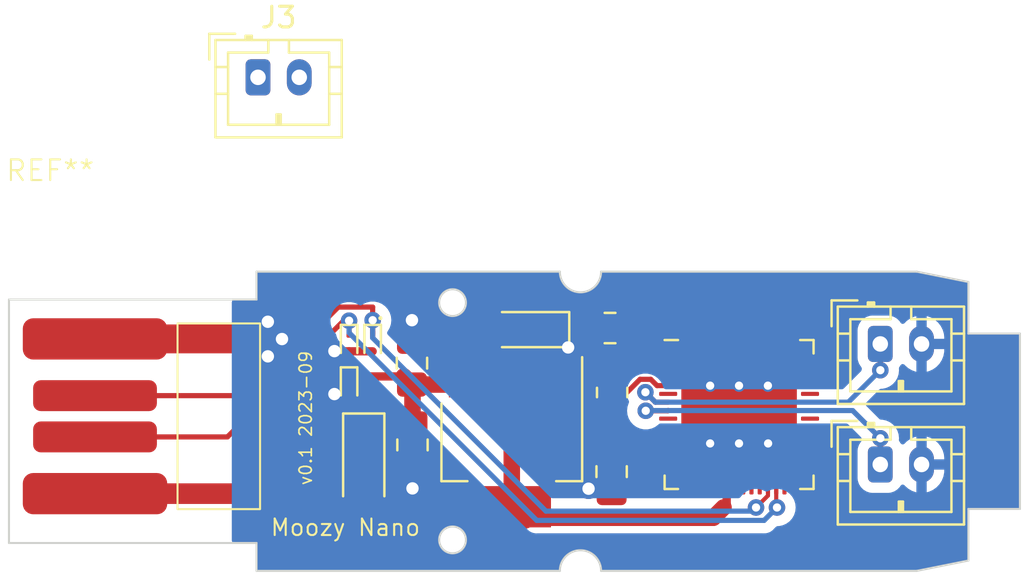
<source format=kicad_pcb>
(kicad_pcb (version 20221018) (generator pcbnew)
  (layers (0 "F.Cu" signal) (31 "B.Cu" signal) (34 "B.Paste" user) (35 "F.Paste" user) (36 "B.SilkS" user "B.Silkscreen") (37 "F.SilkS" user "F.Silkscreen") (38 "B.Mask" user) (39 "F.Mask" user) (44 "Edge.Cuts" user))
  (net 0 "")
  (net 1 "GND")
  (net 2 "Net-(J1-Pin_1)")
  (net 3 "Net-(D2-A1)")
  (net 5 "+3.3V")
  (net 7 "Net-(U2-CHIP_PU{slash}RESET)")
  (net 8 "Net-(J2-Pin_1)")
  (net 24 "Net-(J3-Pin_1)")
  (net 25 "/Vusb")
  (net 45 "VBUS")
  (net 54 "Net-(D3-A1)")
  (footprint "Capacitor_SMD:C_0805_2012Metric_Pad1.18x1.45mm_HandSolder" (layer "F.Cu") (at 136.97885 87.3112 90)
    (fp_text reference "C4" hide)
    (fp_text value "1uF")
    (fp_line (start -0.261252 -0.735) (end 0.261252 -0.735) (stroke (width 0.12)) (layer "F.SilkS"))
    (fp_line (start -0.261252 0.735) (end 0.261252 0.735) (stroke (width 0.12)) (layer "F.SilkS"))
    (pad "1" smd roundrect (at -1.0375 0 90) (size 1.175 1.45) (layers "F.Cu" "F.Paste" "F.Mask") (roundrect_rratio 0.2127659574) (net 1 "GND"))
    (pad "2" smd roundrect (at 1.0375 0 90) (size 1.175 1.45) (layers "F.Cu" "F.Paste" "F.Mask") (roundrect_rratio 0.2127659574) (net 7 "Net-(U2-CHIP_PU{slash}RESET)"))
  )
  (footprint "Capacitor_SMD:C_0805_2012Metric_Pad1.18x1.45mm_HandSolder" (layer "F.Cu") (at 127.32685 86.0158 -90)
    (fp_text reference "C1" hide)
    (fp_text value "10uF" hide)
    (fp_line (start -0.261252 -0.735) (end 0.261252 -0.735) (stroke (width 0.12)) (layer "F.SilkS"))
    (fp_line (start -0.261252 0.735) (end 0.261252 0.735) (stroke (width 0.12)) (layer "F.SilkS"))
    (pad "1" smd roundrect (at -1.0375 0 270) (size 1.175 1.45) (layers "F.Cu" "F.Paste" "F.Mask") (roundrect_rratio 0.2127659574) (net 45 "VBUS"))
    (pad "2" smd roundrect (at 1.0375 0 270) (size 1.175 1.45) (layers "F.Cu" "F.Paste" "F.Mask") (roundrect_rratio 0.2127659574) (net 1 "GND"))
  )
  (footprint "Capacitor_SMD:C_0805_2012Metric_Pad1.18x1.45mm_HandSolder" (layer "F.Cu") (at 136.90265 80.3516)
    (fp_text reference "C3" hide)
    (fp_text value "10uF" hide)
    (fp_line (start -0.261252 -0.735) (end 0.261252 -0.735) (stroke (width 0.12)) (layer "F.SilkS"))
    (fp_line (start -0.261252 0.735) (end 0.261252 0.735) (stroke (width 0.12)) (layer "F.SilkS"))
    (pad "1" smd roundrect (at -1.0375 0) (size 1.175 1.45) (layers "F.Cu" "F.Paste" "F.Mask") (roundrect_rratio 0.2127659574) (net 1 "GND"))
    (pad "2" smd roundrect (at 1.0375 0) (size 1.175 1.45) (layers "F.Cu" "F.Paste" "F.Mask") (roundrect_rratio 0.2127659574) (net 5 "+3.3V"))
  )
  (footprint "Package_DFN_QFN:QFN-56-1EP_7x7mm_P0.4mm_EP5.6x5.6mm" (layer "F.Cu") (at 143.15705 84.5426)
    (fp_text reference "U2" hide)
    (fp_text value "ESP32-S3_PICO1" hide)
    (fp_line (start -3.61 3.61) (end -3.61 2.96) (stroke (width 0.12)) (layer "F.SilkS"))
    (fp_line (start -2.96 -3.61) (end -3.61 -3.61) (stroke (width 0.12)) (layer "F.SilkS"))
    (fp_line (start -2.96 3.61) (end -3.61 3.61) (stroke (width 0.12)) (layer "F.SilkS"))
    (fp_line (start 2.96 -3.61) (end 3.61 -3.61) (stroke (width 0.12)) (layer "F.SilkS"))
    (fp_line (start 2.96 3.61) (end 3.61 3.61) (stroke (width 0.12)) (layer "F.SilkS"))
    (fp_line (start 3.61 -3.61) (end 3.61 -2.96) (stroke (width 0.12)) (layer "F.SilkS"))
    (fp_line (start 3.61 3.61) (end 3.61 2.96) (stroke (width 0.12)) (layer "F.SilkS"))
    (pad "1" smd roundrect (at -3.4375 -2.6) (size 0.875 0.2) (layers "F.Cu" "F.Paste" "F.Mask"))
    (pad "2" smd roundrect (at -3.4375 -2.2) (size 0.875 0.2) (layers "F.Cu" "F.Paste" "F.Mask") (net 5 "+3.3V"))
    (pad "3" smd roundrect (at -3.4375 -1.8) (size 0.875 0.2) (layers "F.Cu" "F.Paste" "F.Mask") (net 5 "+3.3V"))
    (pad "4" smd roundrect (at -3.4375 -1.4) (size 0.875 0.2) (layers "F.Cu" "F.Paste" "F.Mask") (net 7 "Net-(U2-CHIP_PU{slash}RESET)"))
    (pad "5" smd roundrect (at -3.4375 -1) (size 0.875 0.2) (layers "F.Cu" "F.Paste" "F.Mask"))
    (pad "6" smd roundrect (at -3.4375 -0.6) (size 0.875 0.2) (layers "F.Cu" "F.Paste" "F.Mask") (net 2 "Net-(J1-Pin_1)"))
    (pad "7" smd roundrect (at -3.4375 -0.2) (size 0.875 0.2) (layers "F.Cu" "F.Paste" "F.Mask") (net 8 "Net-(J2-Pin_1)"))
    (pad "8" smd roundrect (at -3.4375 0.2) (size 0.875 0.2) (layers "F.Cu" "F.Paste" "F.Mask") (net 24 "Net-(J3-Pin_1)"))
    (pad "9" smd roundrect (at -3.4375 0.6) (size 0.875 0.2) (layers "F.Cu" "F.Paste" "F.Mask"))
    (pad "10" smd roundrect (at -3.4375 1) (size 0.875 0.2) (layers "F.Cu" "F.Paste" "F.Mask"))
    (pad "11" smd roundrect (at -3.4375 1.4) (size 0.875 0.2) (layers "F.Cu" "F.Paste" "F.Mask"))
    (pad "12" smd roundrect (at -3.4375 1.8) (size 0.875 0.2) (layers "F.Cu" "F.Paste" "F.Mask"))
    (pad "13" smd roundrect (at -3.4375 2.2) (size 0.875 0.2) (layers "F.Cu" "F.Paste" "F.Mask"))
    (pad "14" smd roundrect (at -3.4375 2.6) (size 0.875 0.2) (layers "F.Cu" "F.Paste" "F.Mask"))
    (pad "15" smd roundrect (at -2.6 3.4375) (size 0.2 0.875) (layers "F.Cu" "F.Paste" "F.Mask"))
    (pad "16" smd roundrect (at -2.2 3.4375) (size 0.2 0.875) (layers "F.Cu" "F.Paste" "F.Mask"))
    (pad "17" smd roundrect (at -1.8 3.4375) (size 0.2 0.875) (layers "F.Cu" "F.Paste" "F.Mask"))
    (pad "18" smd roundrect (at -1.4 3.4375) (size 0.2 0.875) (layers "F.Cu" "F.Paste" "F.Mask"))
    (pad "19" smd roundrect (at -1 3.4375) (size 0.2 0.875) (layers "F.Cu" "F.Paste" "F.Mask"))
    (pad "20" smd roundrect (at -0.6 3.4375) (size 0.2 0.875) (layers "F.Cu" "F.Paste" "F.Mask") (net 5 "+3.3V"))
    (pad "21" smd roundrect (at -0.2 3.4375) (size 0.2 0.875) (layers "F.Cu" "F.Paste" "F.Mask"))
    (pad "22" smd roundrect (at 0.2 3.4375) (size 0.2 0.875) (layers "F.Cu" "F.Paste" "F.Mask"))
    (pad "23" smd roundrect (at 0.6 3.4375) (size 0.2 0.875) (layers "F.Cu" "F.Paste" "F.Mask"))
    (pad "24" smd roundrect (at 1 3.4375) (size 0.2 0.875) (layers "F.Cu" "F.Paste" "F.Mask"))
    (pad "25" smd roundrect (at 1.4 3.4375) (size 0.2 0.875) (layers "F.Cu" "F.Paste" "F.Mask") (net 3 "Net-(D2-A1)"))
    (pad "26" smd roundrect (at 1.8 3.4375) (size 0.2 0.875) (layers "F.Cu" "F.Paste" "F.Mask") (net 54 "Net-(D3-A1)"))
    (pad "27" smd roundrect (at 2.2 3.4375) (size 0.2 0.875) (layers "F.Cu" "F.Paste" "F.Mask"))
    (pad "28" smd roundrect (at 2.6 3.4375) (size 0.2 0.875) (layers "F.Cu" "F.Paste" "F.Mask"))
    (pad "29" smd roundrect (at 3.4375 2.6) (size 0.875 0.2) (layers "F.Cu" "F.Paste" "F.Mask"))
    (pad "30" smd roundrect (at 3.4375 2.2) (size 0.875 0.2) (layers "F.Cu" "F.Paste" "F.Mask"))
    (pad "31" smd roundrect (at 3.4375 1.8) (size 0.875 0.2) (layers "F.Cu" "F.Paste" "F.Mask"))
    (pad "32" smd roundrect (at 3.4375 1.4) (size 0.875 0.2) (layers "F.Cu" "F.Paste" "F.Mask"))
    (pad "33" smd roundrect (at 3.4375 1) (size 0.875 0.2) (layers "F.Cu" "F.Paste" "F.Mask"))
    (pad "34" smd roundrect (at 3.4375 0.6) (size 0.875 0.2) (layers "F.Cu" "F.Paste" "F.Mask"))
    (pad "35" smd roundrect (at 3.4375 0.2) (size 0.875 0.2) (layers "F.Cu" "F.Paste" "F.Mask"))
    (pad "36" smd roundrect (at 3.4375 -0.2) (size 0.875 0.2) (layers "F.Cu" "F.Paste" "F.Mask"))
    (pad "37" smd roundrect (at 3.4375 -0.6) (size 0.875 0.2) (layers "F.Cu" "F.Paste" "F.Mask"))
    (pad "38" smd roundrect (at 3.4375 -1) (size 0.875 0.2) (layers "F.Cu" "F.Paste" "F.Mask"))
    (pad "39" smd roundrect (at 3.4375 -1.4) (size 0.875 0.2) (layers "F.Cu" "F.Paste" "F.Mask"))
    (pad "40" smd roundrect (at 3.4375 -1.8) (size 0.875 0.2) (layers "F.Cu" "F.Paste" "F.Mask"))
    (pad "41" smd roundrect (at 3.4375 -2.2) (size 0.875 0.2) (layers "F.Cu" "F.Paste" "F.Mask"))
    (pad "42" smd roundrect (at 3.4375 -2.6) (size 0.875 0.2) (layers "F.Cu" "F.Paste" "F.Mask"))
    (pad "43" smd roundrect (at 2.6 -3.4375) (size 0.2 0.875) (layers "F.Cu" "F.Paste" "F.Mask"))
    (pad "44" smd roundrect (at 2.2 -3.4375) (size 0.2 0.875) (layers "F.Cu" "F.Paste" "F.Mask"))
    (pad "45" smd roundrect (at 1.8 -3.4375) (size 0.2 0.875) (layers "F.Cu" "F.Paste" "F.Mask"))
    (pad "46" smd roundrect (at 1.4 -3.4375) (size 0.2 0.875) (layers "F.Cu" "F.Paste" "F.Mask") (net 5 "+3.3V"))
    (pad "47" smd roundrect (at 1 -3.4375) (size 0.2 0.875) (layers "F.Cu" "F.Paste" "F.Mask"))
    (pad "48" smd roundrect (at 0.6 -3.4375) (size 0.2 0.875) (layers "F.Cu" "F.Paste" "F.Mask"))
    (pad "49" smd roundrect (at 0.2 -3.4375) (size 0.2 0.875) (layers "F.Cu" "F.Paste" "F.Mask"))
    (pad "50" smd roundrect (at -0.2 -3.4375) (size 0.2 0.875) (layers "F.Cu" "F.Paste" "F.Mask"))
    (pad "51" smd roundrect (at -0.6 -3.4375) (size 0.2 0.875) (layers "F.Cu" "F.Paste" "F.Mask"))
    (pad "52" smd roundrect (at -1 -3.4375) (size 0.2 0.875) (layers "F.Cu" "F.Paste" "F.Mask"))
    (pad "53" smd roundrect (at -1.4 -3.4375) (size 0.2 0.875) (layers "F.Cu" "F.Paste" "F.Mask"))
    (pad "54" smd roundrect (at -1.8 -3.4375) (size 0.2 0.875) (layers "F.Cu" "F.Paste" "F.Mask"))
    (pad "55" smd roundrect (at -2.2 -3.4375) (size 0.2 0.875) (layers "F.Cu" "F.Paste" "F.Mask") (net 5 "+3.3V"))
    (pad "56" smd roundrect (at -2.6 -3.4375) (size 0.2 0.875) (layers "F.Cu" "F.Paste" "F.Mask") (net 5 "+3.3V"))
    (pad "57" smd rect (at 0 0) (size 5.6 5.6) (layers "F.Cu" "F.Mask") (net 1 "GND"))
  )
  (footprint "Resistor_SMD:R_0805_2012Metric_Pad1.20x1.40mm_HandSolder" (layer "F.Cu") (at 137.00425 83.4758 -90)
    (fp_text reference "R1" hide)
    (fp_text value "10k")
    (fp_line (start -0.227064 -0.735) (end 0.227064 -0.735) (stroke (width 0.12)) (layer "F.SilkS"))
    (fp_line (start -0.227064 0.735) (end 0.227064 0.735) (stroke (width 0.12)) (layer "F.SilkS"))
    (pad "1" smd roundrect (at -1 0 270) (size 1.2 1.4) (layers "F.Cu" "F.Paste" "F.Mask") (roundrect_rratio 0.2083333333) (net 5 "+3.3V"))
    (pad "2" smd roundrect (at 1 0 270) (size 1.2 1.4) (layers "F.Cu" "F.Paste" "F.Mask") (roundrect_rratio 0.2083333333) (net 7 "Net-(U2-CHIP_PU{slash}RESET)"))
  )
  (footprint "Connector_JST:JST_PH_B2B-PH-K_1x02_P2.00mm_Vertical" (layer "F.Cu") (at 149.99965 86.9644)
    (fp_text reference "J2" hide)
    (fp_text value "Conn_01x02")
    (fp_line (start -2.36 -2.11) (end -2.36 -0.86) (stroke (width 0.12)) (layer "F.SilkS"))
    (fp_line (start -2.06 -1.81) (end -2.06 2.91) (stroke (width 0.12)) (layer "F.SilkS"))
    (fp_line (start -2.06 -0.5) (end -1.45 -0.5) (stroke (width 0.12)) (layer "F.SilkS"))
    (fp_line (start -2.06 0.8) (end -1.45 0.8) (stroke (width 0.12)) (layer "F.SilkS"))
    (fp_line (start -2.06 2.91) (end 4.06 2.91) (stroke (width 0.12)) (layer "F.SilkS"))
    (fp_line (start -1.45 -1.2) (end -1.45 2.3) (stroke (width 0.12)) (layer "F.SilkS"))
    (fp_line (start -1.45 2.3) (end 3.45 2.3) (stroke (width 0.12)) (layer "F.SilkS"))
    (fp_line (start -1.11 -2.11) (end -2.36 -2.11) (stroke (width 0.12)) (layer "F.SilkS"))
    (fp_line (start -0.6 -2.01) (end -0.6 -1.81) (stroke (width 0.12)) (layer "F.SilkS"))
    (fp_line (start -0.3 -2.01) (end -0.6 -2.01) (stroke (width 0.12)) (layer "F.SilkS"))
    (fp_line (start -0.3 -1.91) (end -0.6 -1.91) (stroke (width 0.12)) (layer "F.SilkS"))
    (fp_line (start -0.3 -1.81) (end -0.3 -2.01) (stroke (width 0.12)) (layer "F.SilkS"))
    (fp_line (start 0.5 -1.81) (end 0.5 -1.2) (stroke (width 0.12)) (layer "F.SilkS"))
    (fp_line (start 0.5 -1.2) (end -1.45 -1.2) (stroke (width 0.12)) (layer "F.SilkS"))
    (fp_line (start 0.9 1.8) (end 1.1 1.8) (stroke (width 0.12)) (layer "F.SilkS"))
    (fp_line (start 0.9 2.3) (end 0.9 1.8) (stroke (width 0.12)) (layer "F.SilkS"))
    (fp_line (start 1 2.3) (end 1 1.8) (stroke (width 0.12)) (layer "F.SilkS"))
    (fp_line (start 1.1 1.8) (end 1.1 2.3) (stroke (width 0.12)) (layer "F.SilkS"))
    (fp_line (start 1.5 -1.2) (end 1.5 -1.81) (stroke (width 0.12)) (layer "F.SilkS"))
    (fp_line (start 3.45 -1.2) (end 1.5 -1.2) (stroke (width 0.12)) (layer "F.SilkS"))
    (fp_line (start 3.45 2.3) (end 3.45 -1.2) (stroke (width 0.12)) (layer "F.SilkS"))
    (fp_line (start 4.06 -1.81) (end -2.06 -1.81) (stroke (width 0.12)) (layer "F.SilkS"))
    (fp_line (start 4.06 -0.5) (end 3.45 -0.5) (stroke (width 0.12)) (layer "F.SilkS"))
    (fp_line (start 4.06 0.8) (end 3.45 0.8) (stroke (width 0.12)) (layer "F.SilkS"))
    (fp_line (start 4.06 2.91) (end 4.06 -1.81) (stroke (width 0.12)) (layer "F.SilkS"))
    (pad "1" thru_hole roundrect (at 0 0) (size 1.2 1.75) (drill 0.75) (layers "*.Cu" "*.Mask") (roundrect_rratio 0.2083333333) (net 8 "Net-(J2-Pin_1)"))
    (pad "2" thru_hole oval (at 2 0) (size 1.2 1.75) (drill 0.75) (layers "*.Cu" "*.Mask") (net 1 "GND"))
  )
  (footprint "Librairie_Moozy:Boîtier_USB_Dongle" (layer "F.Cu") (at 119.769 84.87)
    (fp_text reference "REF**" (at -10 -12.15 unlocked) (layer "F.SilkS") (effects (font (thickness 0.1))))
    (fp_text value "Boîtier_USB_Dongle")
    (fp_circle (center 6 -5) (end 6 -5) (stroke (width 0.1)) (fill none) (layer "F.SilkS"))
    (fp_line (start -12 -5.9) (end -12 5.9) (stroke (width 0.1)) (layer "Edge.Cuts"))
    (fp_line (start -12 -5.9) (end 0 -5.9) (stroke (width 0.1)) (layer "Edge.Cuts"))
    (fp_line (start -12 5.9) (end 0 5.9) (stroke (width 0.1)) (layer "Edge.Cuts"))
    (fp_line (start 0 -7.25) (end 14.7 -7.25) (stroke (width 0.1)) (layer "Edge.Cuts"))
    (fp_line (start 0 -5.9) (end 0 -7.25) (stroke (width 0.1)) (layer "Edge.Cuts"))
    (fp_line (start 0 5.9) (end 0 7.25) (stroke (width 0.1)) (layer "Edge.Cuts"))
    (fp_line (start 0 7.25) (end 14.7 7.25) (stroke (width 0.1)) (layer "Edge.Cuts"))
    (fp_line (start 16.7 -7.25) (end 32 -7.25) (stroke (width 0.1)) (layer "Edge.Cuts"))
    (fp_line (start 16.7 7.25) (end 32 7.25) (stroke (width 0.1)) (layer "Edge.Cuts"))
    (fp_line (start 32 -7.25) (end 34.5 -6.75) (stroke (width 0.1)) (layer "Edge.Cuts"))
    (fp_line (start 32 7.25) (end 34.5 6.75) (stroke (width 0.1)) (layer "Edge.Cuts"))
    (fp_line (start 34.5 -6.75) (end 34.5 -4.25) (stroke (width 0.1)) (layer "Edge.Cuts"))
    (fp_line (start 34.5 -4.25) (end 37 -4.25) (stroke (width 0.1)) (layer "Edge.Cuts"))
    (fp_line (start 34.5 4.25) (end 34.5 6.75) (stroke (width 0.1)) (layer "Edge.Cuts"))
    (fp_line (start 34.5 4.25) (end 37 4.25) (stroke (width 0.1)) (layer "Edge.Cuts"))
    (fp_line (start 37 -4.25) (end 37 4.25) (stroke (width 0.1)) (layer "Edge.Cuts"))
    (fp_arc (start 14.7 7.25) (mid 15.7 6.25) (end 16.7 7.25) (stroke (width 0.1)) (layer "Edge.Cuts"))
    (fp_arc (start 16.7 -7.25) (mid 15.7 -6.25) (end 14.7 -7.25) (stroke (width 0.1)) (layer "Edge.Cuts"))
    (fp_circle (center 9.5 -5.75) (end 10.15 -5.75) (stroke (width 0.1)) (fill none) (layer "Edge.Cuts"))
    (fp_circle (center 9.5 5.75) (end 10.15 5.75) (stroke (width 0.1)) (fill none) (layer "Edge.Cuts"))
  )
  (footprint "Capacitor_SMD:C_0805_2012Metric_Pad1.18x1.45mm_HandSolder" (layer "F.Cu") (at 127.30145 82.0534 90)
    (fp_text reference "C2" hide)
    (fp_text value "0.1uF" hide)
    (fp_line (start -0.261252 -0.735) (end 0.261252 -0.735) (stroke (width 0.12)) (layer "F.SilkS"))
    (fp_line (start -0.261252 0.735) (end 0.261252 0.735) (stroke (width 0.12)) (layer "F.SilkS"))
    (pad "1" smd roundrect (at -1.0375 0 90) (size 1.175 1.45) (layers "F.Cu" "F.Paste" "F.Mask") (roundrect_rratio 0.2127659574) (net 45 "VBUS"))
    (pad "2" smd roundrect (at 1.0375 0 90) (size 1.175 1.45) (layers "F.Cu" "F.Paste" "F.Mask") (roundrect_rratio 0.2127659574) (net 1 "GND"))
  )
  (footprint "Diode_SMD:D_SOD-123" (layer "F.Cu") (at 124.96465 86.854 -90)
    (fp_text reference "D5" hide)
    (fp_text value "1N5819HW-7-F" hide)
    (fp_line (start -2.36 -1) (end -2.36 1) (stroke (width 0.12)) (layer "F.SilkS"))
    (fp_line (start -2.36 -1) (end 1.65 -1) (stroke (width 0.12)) (layer "F.SilkS"))
    (fp_line (start -2.36 1) (end 1.65 1) (stroke (width 0.12)) (layer "F.SilkS"))
    (pad "1" smd roundrect (at -1.65 0 270) (size 0.9 1.2) (layers "F.Cu" "F.Paste" "F.Mask") (net 45 "VBUS"))
    (pad "2" smd roundrect (at 1.65 0 270) (size 0.9 1.2) (layers "F.Cu" "F.Paste" "F.Mask") (net 25 "/Vusb"))
  )
  (footprint "Diode_SMD:D_SOD-923" (layer "F.Cu") (at 125.39645 81.0591 -90)
    (fp_text reference "D2" hide)
    (fp_text value "LESD5D5.0CT1G" hide)
    (fp_line (start -0.86 -0.4) (end -0.86 0.4) (stroke (width 0.12)) (layer "F.SilkS"))
    (fp_line (start 0.5 -0.4) (end -0.86 -0.4) (stroke (width 0.12)) (layer "F.SilkS"))
    (fp_line (start 0.5 0.4) (end -0.86 0.4) (stroke (width 0.12)) (layer "F.SilkS"))
    (pad "1" smd roundrect (at -0.42 0 90) (size 0.36 0.25) (layers "F.Cu" "F.Paste" "F.Mask") (net 3 "Net-(D2-A1)"))
    (pad "2" smd roundrect (at 0.42 0 90) (size 0.36 0.25) (layers "F.Cu" "F.Paste" "F.Mask") (net 1 "GND"))
  )
  (footprint "1_Laurent_Librairie:PCB_USB_Connector" (layer "F.Cu") (at 111.93965 84.628)
    (fp_text reference "U3" hide)
    (fp_text value "~")
    (fp_rect (start 4 -4.5) (end 8 4.5) (stroke (width 0.1)) (fill none) (layer "F.SilkS"))
    (pad "1" smd roundrect (at 0 -3.75) (size 7 2) (layers "F.Cu" "F.Paste" "F.Mask") (net 1 "GND"))
    (pad "2" smd roundrect (at 0 -1) (size 6 1.5) (layers "F.Cu" "F.Paste" "F.Mask") (net 3 "Net-(D2-A1)"))
    (pad "3" smd roundrect (at 0 1) (size 6 1.5) (layers "F.Cu" "F.Paste" "F.Mask") (net 54 "Net-(D3-A1)"))
    (pad "4" smd roundrect (at 0 3.75) (size 7 2) (layers "F.Cu" "F.Paste" "F.Mask") (net 25 "/Vusb"))
  )
  (footprint "Diode_SMD:D_SOD-323_HandSoldering" (layer "F.Cu") (at 132.91485 80.4278 180)
    (fp_text reference "D1" hide)
    (fp_text value "TVS Diode, Bi-Direction, 3.3V" hide)
    (fp_line (start -2.01 -0.85) (end -2.01 0.85) (stroke (width 0.12)) (layer "F.SilkS"))
    (fp_line (start -2.01 -0.85) (end 1.25 -0.85) (stroke (width 0.12)) (layer "F.SilkS"))
    (fp_line (start -2.01 0.85) (end 1.25 0.85) (stroke (width 0.12)) (layer "F.SilkS"))
    (pad "1" smd roundrect (at -1.25 0 180) (size 1 1) (layers "F.Cu" "F.Paste" "F.Mask") (net 1 "GND"))
    (pad "2" smd roundrect (at 1.25 0 180) (size 1 1) (layers "F.Cu" "F.Paste" "F.Mask") (net 5 "+3.3V"))
  )
  (footprint "Package_TO_SOT_SMD:SOT-223-3_TabPin2" (layer "F.Cu") (at 132.13995 85.863 -90)
    (fp_text reference "U1" hide)
    (fp_text value "LD1117S33TR_SOT223" hide)
    (fp_line (start -4.1 -3.41) (end 1.91 -3.41) (stroke (width 0.12)) (layer "F.SilkS"))
    (fp_line (start -1.85 3.41) (end 1.91 3.41) (stroke (width 0.12)) (layer "F.SilkS"))
    (fp_line (start 1.91 -3.41) (end 1.91 -2.15) (stroke (width 0.12)) (layer "F.SilkS"))
    (fp_line (start 1.91 3.41) (end 1.91 2.15) (stroke (width 0.12)) (layer "F.SilkS"))
    (pad "1" smd rect (at -3.15 -2.3 270) (size 2 1.5) (layers "F.Cu" "F.Paste" "F.Mask") (net 1 "GND"))
    (pad "2" smd rect (at -3.15 0 270) (size 2 1.5) (layers "F.Cu" "F.Paste" "F.Mask") (net 5 "+3.3V"))
    (pad "2" smd rect (at 3.15 0 270) (size 2 3.8) (layers "F.Cu" "F.Paste" "F.Mask") (net 5 "+3.3V"))
    (pad "3" smd rect (at -3.15 2.3 270) (size 2 1.5) (layers "F.Cu" "F.Paste" "F.Mask") (net 45 "VBUS"))
  )
  (footprint "Connector_JST:JST_PH_B2B-PH-K_1x02_P2.00mm_Vertical" (layer "F.Cu") (at 149.99965 81.1224)
    (fp_text reference "J1" hide)
    (fp_text value "Conn_01x02")
    (fp_line (start -2.36 -2.11) (end -2.36 -0.86) (stroke (width 0.12)) (layer "F.SilkS"))
    (fp_line (start -2.06 -1.81) (end -2.06 2.91) (stroke (width 0.12)) (layer "F.SilkS"))
    (fp_line (start -2.06 -0.5) (end -1.45 -0.5) (stroke (width 0.12)) (layer "F.SilkS"))
    (fp_line (start -2.06 0.8) (end -1.45 0.8) (stroke (width 0.12)) (layer "F.SilkS"))
    (fp_line (start -2.06 2.91) (end 4.06 2.91) (stroke (width 0.12)) (layer "F.SilkS"))
    (fp_line (start -1.45 -1.2) (end -1.45 2.3) (stroke (width 0.12)) (layer "F.SilkS"))
    (fp_line (start -1.45 2.3) (end 3.45 2.3) (stroke (width 0.12)) (layer "F.SilkS"))
    (fp_line (start -1.11 -2.11) (end -2.36 -2.11) (stroke (width 0.12)) (layer "F.SilkS"))
    (fp_line (start -0.6 -2.01) (end -0.6 -1.81) (stroke (width 0.12)) (layer "F.SilkS"))
    (fp_line (start -0.3 -2.01) (end -0.6 -2.01) (stroke (width 0.12)) (layer "F.SilkS"))
    (fp_line (start -0.3 -1.91) (end -0.6 -1.91) (stroke (width 0.12)) (layer "F.SilkS"))
    (fp_line (start -0.3 -1.81) (end -0.3 -2.01) (stroke (width 0.12)) (layer "F.SilkS"))
    (fp_line (start 0.5 -1.81) (end 0.5 -1.2) (stroke (width 0.12)) (layer "F.SilkS"))
    (fp_line (start 0.5 -1.2) (end -1.45 -1.2) (stroke (width 0.12)) (layer "F.SilkS"))
    (fp_line (start 0.9 1.8) (end 1.1 1.8) (stroke (width 0.12)) (layer "F.SilkS"))
    (fp_line (start 0.9 2.3) (end 0.9 1.8) (stroke (width 0.12)) (layer "F.SilkS"))
    (fp_line (start 1 2.3) (end 1 1.8) (stroke (width 0.12)) (layer "F.SilkS"))
    (fp_line (start 1.1 1.8) (end 1.1 2.3) (stroke (width 0.12)) (layer "F.SilkS"))
    (fp_line (start 1.5 -1.2) (end 1.5 -1.81) (stroke (width 0.12)) (layer "F.SilkS"))
    (fp_line (start 3.45 -1.2) (end 1.5 -1.2) (stroke (width 0.12)) (layer "F.SilkS"))
    (fp_line (start 3.45 2.3) (end 3.45 -1.2) (stroke (width 0.12)) (layer "F.SilkS"))
    (fp_line (start 4.06 -1.81) (end -2.06 -1.81) (stroke (width 0.12)) (layer "F.SilkS"))
    (fp_line (start 4.06 -0.5) (end 3.45 -0.5) (stroke (width 0.12)) (layer "F.SilkS"))
    (fp_line (start 4.06 0.8) (end 3.45 0.8) (stroke (width 0.12)) (layer "F.SilkS"))
    (fp_line (start 4.06 2.91) (end 4.06 -1.81) (stroke (width 0.12)) (layer "F.SilkS"))
    (pad "1" thru_hole roundrect (at 0 0) (size 1.2 1.75) (drill 0.75) (layers "*.Cu" "*.Mask") (roundrect_rratio 0.2083333333) (net 2 "Net-(J1-Pin_1)"))
    (pad "2" thru_hole oval (at 2 0) (size 1.2 1.75) (drill 0.75) (layers "*.Cu" "*.Mask") (net 1 "GND"))
  )
  (footprint "Diode_SMD:D_SOD-923" (layer "F.Cu") (at 124.25345 81.0591 -90)
    (fp_text reference "D3" hide)
    (fp_text value "LESD5D5.0CT1G" hide)
    (fp_line (start -0.86 -0.4) (end -0.86 0.4) (stroke (width 0.12)) (layer "F.SilkS"))
    (fp_line (start 0.5 -0.4) (end -0.86 -0.4) (stroke (width 0.12)) (layer "F.SilkS"))
    (fp_line (start 0.5 0.4) (end -0.86 0.4) (stroke (width 0.12)) (layer "F.SilkS"))
    (pad "1" smd roundrect (at -0.42 0 90) (size 0.36 0.25) (layers "F.Cu" "F.Paste" "F.Mask") (net 54 "Net-(D3-A1)"))
    (pad "2" smd roundrect (at 0.42 0 90) (size 0.36 0.25) (layers "F.Cu" "F.Paste" "F.Mask") (net 1 "GND"))
  )
  (footprint "Connector_JST:JST_PH_B2B-PH-K_1x02_P2.00mm_Vertical" (layer "F.Cu") (at 119.839 68.2)
    (fp_text reference "J3" (at 1 -2.9) (layer "F.SilkS"))
    (fp_text value "Conn_01x02")
    (fp_line (start -2.36 -2.11) (end -2.36 -0.86) (stroke (width 0.12)) (layer "F.SilkS"))
    (fp_line (start -2.06 -1.81) (end -2.06 2.91) (stroke (width 0.12)) (layer "F.SilkS"))
    (fp_line (start -2.06 -0.5) (end -1.45 -0.5) (stroke (width 0.12)) (layer "F.SilkS"))
    (fp_line (start -2.06 0.8) (end -1.45 0.8) (stroke (width 0.12)) (layer "F.SilkS"))
    (fp_line (start -2.06 2.91) (end 4.06 2.91) (stroke (width 0.12)) (layer "F.SilkS"))
    (fp_line (start -1.45 -1.2) (end -1.45 2.3) (stroke (width 0.12)) (layer "F.SilkS"))
    (fp_line (start -1.45 2.3) (end 3.45 2.3) (stroke (width 0.12)) (layer "F.SilkS"))
    (fp_line (start -1.11 -2.11) (end -2.36 -2.11) (stroke (width 0.12)) (layer "F.SilkS"))
    (fp_line (start -0.6 -2.01) (end -0.6 -1.81) (stroke (width 0.12)) (layer "F.SilkS"))
    (fp_line (start -0.3 -2.01) (end -0.6 -2.01) (stroke (width 0.12)) (layer "F.SilkS"))
    (fp_line (start -0.3 -1.91) (end -0.6 -1.91) (stroke (width 0.12)) (layer "F.SilkS"))
    (fp_line (start -0.3 -1.81) (end -0.3 -2.01) (stroke (width 0.12)) (layer "F.SilkS"))
    (fp_line (start 0.5 -1.81) (end 0.5 -1.2) (stroke (width 0.12)) (layer "F.SilkS"))
    (fp_line (start 0.5 -1.2) (end -1.45 -1.2) (stroke (width 0.12)) (layer "F.SilkS"))
    (fp_line (start 0.9 1.8) (end 1.1 1.8) (stroke (width 0.12)) (layer "F.SilkS"))
    (fp_line (start 0.9 2.3) (end 0.9 1.8) (stroke (width 0.12)) (layer "F.SilkS"))
    (fp_line (start 1 2.3) (end 1 1.8) (stroke (width 0.12)) (layer "F.SilkS"))
    (fp_line (start 1.1 1.8) (end 1.1 2.3) (stroke (width 0.12)) (layer "F.SilkS"))
    (fp_line (start 1.5 -1.2) (end 1.5 -1.81) (stroke (width 0.12)) (layer "F.SilkS"))
    (fp_line (start 3.45 -1.2) (end 1.5 -1.2) (stroke (width 0.12)) (layer "F.SilkS"))
    (fp_line (start 3.45 2.3) (end 3.45 -1.2) (stroke (width 0.12)) (layer "F.SilkS"))
    (fp_line (start 4.06 -1.81) (end -2.06 -1.81) (stroke (width 0.12)) (layer "F.SilkS"))
    (fp_line (start 4.06 -0.5) (end 3.45 -0.5) (stroke (width 0.12)) (layer "F.SilkS"))
    (fp_line (start 4.06 0.8) (end 3.45 0.8) (stroke (width 0.12)) (layer "F.SilkS"))
    (fp_line (start 4.06 2.91) (end 4.06 -1.81) (stroke (width 0.12)) (layer "F.SilkS"))
    (pad "1" thru_hole roundrect (at 0 0) (size 1.2 1.75) (drill 0.75) (layers "*.Cu" "*.Mask") (roundrect_rratio 0.208333) (net 24 "Net-(J3-Pin_1)"))
    (pad "2" thru_hole oval (at 2 0) (size 1.2 1.75) (drill 0.75) (layers "*.Cu" "*.Mask") (net 1 "GND"))
  )
  (footprint "Diode_SMD:D_SOD-923" (layer "F.Cu") (at 124.25345 83.1165 -90)
    (fp_text reference "D4" hide)
    (fp_text value "LESD5D5.0CT1G" hide)
    (fp_line (start -0.86 -0.4) (end -0.86 0.4) (stroke (width 0.12)) (layer "F.SilkS"))
    (fp_line (start 0.5 -0.4) (end -0.86 -0.4) (stroke (width 0.12)) (layer "F.SilkS"))
    (fp_line (start 0.5 0.4) (end -0.86 0.4) (stroke (width 0.12)) (layer "F.SilkS"))
    (pad "1" smd roundrect (at -0.42 0 90) (size 0.36 0.25) (layers "F.Cu" "F.Paste" "F.Mask") (net 45 "VBUS"))
    (pad "2" smd roundrect (at 0.42 0 90) (size 0.36 0.25) (layers "F.Cu" "F.Paste" "F.Mask") (net 1 "GND"))
  )
  (gr_text "v0.1 2023-09" (at 122.50085 88.0224 90) (layer "F.SilkS") (effects (font (size 0.6 0.6) (thickness 0.08)) (justify left bottom)))
  (gr_text "Moozy Nano" (at 120.39265 90.4862) (layer "F.SilkS") (effects (font (size 0.8 0.8) (thickness 0.1)) (justify left bottom)))
  (segment (start 115.43965 80.878) (end 119.47125 80.878) (width 1.4) (layer "F.Cu") (net 1))
  (segment (start 120.99525 80.878) (end 121.00225 80.885) (width 0.4) (layer "F.Cu") (net 1))
  (segment (start 134.16485 80.5856) (end 134.16485 81.447) (width 0.8) (layer "F.Cu") (net 1))
  (segment (start 134.43995 81.7221) (end 134.43995 82.713) (width 0.4) (layer "F.Cu") (net 1))
  (segment (start 134.87065 80.6056) (end 135.12465 80.3516) (width 0.8) (layer "F.Cu") (net 1))
  (segment (start 127.32685 87.0533) (end 127.32685 88.124) (width 0.4) (layer "F.Cu") (net 1))
  (segment (start 125.39645 81.4791) (end 124.25345 81.4791) (width 0.4) (layer "F.Cu") (net 1))
  (segment (start 134.16485 80.5856) (end 134.16485 80.4278) (width 0.4) (layer "F.Cu") (net 1))
  (segment (start 134.87065 81.2914) (end 134.16485 80.5856) (width 0.8) (layer "F.Cu") (net 1))
  (segment (start 124.25345 83.5365) (end 123.55775 83.5365) (width 0.4) (layer "F.Cu") (net 1))
  (segment (start 143.15705 84.5426) (end 143.15705 84.7906) (width 0.4) (layer "F.Cu") (net 1))
  (segment (start 115.43965 80.878) (end 120.99525 80.878) (width 0.8) (layer "F.Cu") (net 1))
  (segment (start 134.16485 81.447) (end 134.43995 81.7221) (width 0.8) (layer "F.Cu") (net 1))
  (segment (start 123.55215 81.4791) (end 123.54225 81.4692) (width 0.4) (layer "F.Cu") (net 1))
  (segment (start 135.12465 80.3516) (end 135.86515 80.3516) (width 0.8) (layer "F.Cu") (net 1))
  (segment (start 136.84585 88.1386) (end 136.84585 88.0956) (width 0.4) (layer "F.Cu") (net 1))
  (segment (start 119.47125 80.878) (end 120.31645 81.7232) (width 0.8) (layer "F.Cu") (net 1))
  (segment (start 127.30145 81.0159) (end 127.30145 79.9706) (width 0.4) (layer "F.Cu") (net 1))
  (segment (start 136.84585 88.1386) (end 135.66965 88.1386) (width 0.4) (layer "F.Cu") (net 1))
  (segment (start 123.55775 83.5365) (end 123.54225 83.552) (width 0.4) (layer "F.Cu") (net 1))
  (segment (start 124.25345 81.4791) (end 123.55215 81.4791) (width 0.4) (layer "F.Cu") (net 1))
  (segment (start 119.48525 80.878) (end 120.31645 80.0468) (width 0.8) (layer "F.Cu") (net 1))
  (segment (start 143.27805 84.5426) (end 143.15705 84.5426) (width 0.4) (layer "F.Cu") (net 1))
  (segment (start 115.43965 80.878) (end 119.48525 80.878) (width 0.4) (layer "F.Cu") (net 1))
  (via (at 127.30145 79.9706) (size 1) (drill 0.6) (layers "F.Cu" "B.Cu") (net 1))
  (via (at 144.55345 83.1444) (size 0.6) (drill 0.4) (layers "F.Cu" "B.Cu") (net 1))
  (via (at 120.31645 81.7232) (size 1) (drill 0.6) (layers "F.Cu" "B.Cu") (net 1))
  (via (at 143.15345 85.9444) (size 0.6) (drill 0.4) (layers "F.Cu" "B.Cu") (net 1))
  (via (at 123.54225 83.552) (size 1) (drill 0.6) (layers "F.Cu" "B.Cu") (net 1))
  (via (at 141.75345 85.9444) (size 0.6) (drill 0.4) (layers "F.Cu" "B.Cu") (net 1))
  (via (at 121.00225 80.885) (size 1) (drill 0.6) (layers "F.Cu" "B.Cu") (net 1))
  (via (at 123.54225 81.4692) (size 1) (drill 0.6) (layers "F.Cu" "B.Cu") (net 1))
  (via (at 127.32685 88.124) (size 1) (drill 0.6) (layers "F.Cu" "B.Cu") (net 1))
  (via (at 141.75345 83.1444) (size 0.6) (drill 0.4) (layers "F.Cu" "B.Cu") (net 1))
  (via (at 144.56345 85.9444) (size 0.6) (drill 0.4) (layers "F.Cu" "B.Cu") (net 1))
  (via (at 135.86125 88.1386) (size 1) (drill 0.6) (layers "F.Cu" "B.Cu") (net 1))
  (via (at 143.15345 83.1444) (size 0.6) (drill 0.4) (layers "F.Cu" "B.Cu") (net 1))
  (via (at 134.87065 81.2914) (size 1) (drill 0.6) (layers "F.Cu" "B.Cu") (net 1))
  (via (at 120.31645 80.0468) (size 1) (drill 0.6) (layers "F.Cu" "B.Cu") (net 1))
  (segment (start 150.00345 82.3944) (end 149.99965 82.3906) (width 0.25) (layer "F.Cu") (net 2))
  (segment (start 139.096924 83.9426) (end 139.71955 83.9426) (width 0.25) (layer "F.Cu") (net 2))
  (segment (start 138.615924 83.4616) (end 139.096924 83.9426) (width 0.25) (layer "F.Cu") (net 2))
  (segment (start 149.99965 82.3906) (end 149.99965 81.1224) (width 0.25) (layer "F.Cu") (net 2))
  (via (at 150.00345 82.3944) (size 0.8) (drill 0.4) (layers "F.Cu" "B.Cu") (net 2))
  (via (at 138.615924 83.4616) (size 0.8) (drill 0.4) (layers "F.Cu" "B.Cu") (net 2))
  (segment (start 150.00345 82.3944) (end 148.45365 83.9442) (width 0.25) (layer "B.Cu") (net 2))
  (segment (start 148.45365 83.9442) (end 139.098524 83.9442) (width 0.25) (layer "B.Cu") (net 2))
  (segment (start 139.098524 83.9442) (end 138.615924 83.4616) (width 0.25) (layer "B.Cu") (net 2))
  (segment (start 119.436955 83.628) (end 111.93965 83.628) (width 0.25) (layer "F.Cu") (net 3))
  (segment (start 123.729355 79.3356) (end 119.436955 83.628) (width 0.25) (layer "F.Cu") (net 3))
  (segment (start 125.39645 79.9706) (end 125.39645 79.3356) (width 0.25) (layer "F.Cu") (net 3))
  (segment (start 144.55705 88.4706) (end 143.97805 89.0496) (width 0.2) (layer "F.Cu") (net 3))
  (segment (start 125.39645 79.3356) (end 123.729355 79.3356) (width 0.25) (layer "F.Cu") (net 3))
  (segment (start 125.39645 80.6391) (end 125.39645 79.9706) (width 0.25) (layer "F.Cu") (net 3))
  (segment (start 143.97805 89.0496) (end 144.17505 89.0496) (width 0.25) (layer "F.Cu") (net 3))
  (segment (start 144.55705 87.9801) (end 144.55705 88.4706) (width 0.2) (layer "F.Cu") (net 3))
  (via (at 143.97805 89.0496) (size 0.8) (drill 0.4) (layers "F.Cu" "B.Cu") (net 3))
  (via (at 125.39645 79.9706) (size 0.8) (drill 0.4) (layers "F.Cu" "B.Cu") (net 3))
  (segment (start 125.39645 80.8274) (end 125.39645 79.9706) (width 0.25) (layer "B.Cu") (net 3))
  (segment (start 133.79455 89.2255) (end 125.39645 80.8274) (width 0.25) (layer "B.Cu") (net 3))
  (segment (start 143.80215 89.2255) (end 143.97805 89.0496) (width 0.25) (layer "B.Cu") (net 3))
  (segment (start 133.79455 89.2255) (end 143.80215 89.2255) (width 0.25) (layer "B.Cu") (net 3))
  (segment (start 132.13995 89.013) (end 132.13995 86.371) (width 0.8) (layer "F.Cu") (net 5))
  (segment (start 139.349582 82.598) (end 139.78705 82.598) (width 0.4) (layer "F.Cu") (net 5))
  (segment (start 142.55705 88.591) (end 142.55705 88.8958) (width 0.4) (layer "F.Cu") (net 5))
  (segment (start 137.96945 81.6274) (end 138.66451 81.6274) (width 0.8) (layer "F.Cu") (net 5))
  (segment (start 137.96945 81.6274) (end 137.96945 80.3809) (width 0.8) (layer "F.Cu") (net 5))
  (segment (start 140.75705 80.1898) (end 140.75705 81.1051) (width 0.5) (layer "F.Cu") (net 5))
  (segment (start 135.80425 83.9138) (end 135.80425 83.6758) (width 0.8) (layer "F.Cu") (net 5))
  (segment (start 134.99805 84.72) (end 135.80425 83.9138) (width 0.8) (layer "F.Cu") (net 5))
  (segment (start 138.66451 81.6274) (end 140.36091 79.931) (width 0.8) (layer "F.Cu") (net 5))
  (segment (start 137.96945 80.3809) (end 137.94015 80.3516) (width 0.8) (layer "F.Cu") (net 5))
  (segment (start 132.13995 86.371) (end 132.13995 84.72) (width 0.8) (layer "F.Cu") (net 5))
  (segment (start 138.790781 82.0392) (end 139.349582 82.598) (width 0.4) (layer "F.Cu") (net 5))
  (segment (start 132.13995 89.013) (end 132.67335 89.5464) (width 0.8) (layer "F.Cu") (net 5))
  (segment (start 132.13995 84.72) (end 134.99805 84.72) (width 0.8) (layer "F.Cu") (net 5))
  (segment (start 136.84585 82.3286) (end 136.84585 82.6571) (width 0.4) (layer "F.Cu") (net 5))
  (segment (start 132.13995 89.013) (end 133.58815 89.013) (width 0.8) (layer "F.Cu") (net 5))
  (segment (start 140.36091 79.931) (end 144.198267 79.931) (width 0.8) (layer "F.Cu") (net 5))
  (segment (start 136.84585 82.3286) (end 137.54705 81.6274) (width 0.8) (layer "F.Cu") (net 5))
  (segment (start 132.13995 82.713) (end 132.13995 80.9029) (width 0.4) (layer "F.Cu") (net 5))
  (segment (start 144.198267 79.931) (end 144.484867 80.2176) (width 0.8) (layer "F.Cu") (net 5))
  (segment (start 142.40325 89.0496) (end 142.55705 88.8958) (width 0.4) (layer "F.Cu") (net 5))
  (segment (start 141.90645 89.5464) (end 142.40325 89.0496) (width 0.8) (layer "F.Cu") (net 5))
  (segment (start 137.54705 81.6274) (end 137.96945 81.6274) (width 0.8) (layer "F.Cu") (net 5))
  (segment (start 132.67335 89.5464) (end 141.90645 89.5464) (width 0.8) (layer "F.Cu") (net 5))
  (segment (start 135.80425 83.6758) (end 137.00425 82.4758) (width 0.8) (layer "F.Cu") (net 5))
  (segment (start 142.55705 87.9801) (end 142.55705 88.591) (width 0.2) (layer "F.Cu") (net 5))
  (segment (start 144.55705 81.1051) (end 144.55705 80.4338) (width 0.4) (layer "F.Cu") (net 5))
  (segment (start 132.13995 80.9029) (end 131.66485 80.4278) (width 0.4) (layer "F.Cu") (net 5))
  (segment (start 132.13995 84.72) (end 132.13995 82.713) (width 0.8) (layer "F.Cu") (net 5))
  (segment (start 132.13995 89.013) (end 132.80035 89.6734) (width 0.8) (layer "F.Cu") (net 5))
  (segment (start 132.15995 82.693) (end 132.13995 82.713) (width 0.4) (layer "F.Cu") (net 5))
  (segment (start 138.35704 82.8366) (end 138.874808 82.8366) (width 0.25) (layer "F.Cu") (net 7))
  (segment (start 137.00425 84.4758) (end 137.00425 84.18939) (width 0.25) (layer "F.Cu") (net 7))
  (segment (start 139.180808 83.1426) (end 139.71955 83.1426) (width 0.25) (layer "F.Cu") (net 7))
  (segment (start 136.84585 86.2483) (end 136.84585 84.4818) (width 0.25) (layer "F.Cu") (net 7))
  (segment (start 136.84585 84.4818) (end 136.87725 84.4504) (width 0.25) (layer "F.Cu") (net 7))
  (segment (start 138.874808 82.8366) (end 139.180808 83.1426) (width 0.25) (layer "F.Cu") (net 7))
  (segment (start 137.00425 84.18939) (end 138.35704 82.8366) (width 0.25) (layer "F.Cu") (net 7))
  (segment (start 139.700398 84.361752) (end 139.71955 84.3426) (width 0.25) (layer "F.Cu") (net 8))
  (segment (start 138.632898 84.361752) (end 139.700398 84.361752) (width 0.25) (layer "F.Cu") (net 8))
  (segment (start 149.99965 85.6982) (end 149.99965 86.9644) (width 0.25) (layer "F.Cu") (net 8))
  (segment (start 150.00345 85.6944) (end 149.99965 85.6982) (width 0.25) (layer "F.Cu") (net 8))
  (via (at 150.00345 85.6944) (size 0.8) (drill 0.4) (layers "F.Cu" "B.Cu") (net 8))
  (via (at 138.632898 84.361752) (size 0.8) (drill 0.4) (layers "F.Cu" "B.Cu") (net 8))
  (segment (start 138.64405 84.3506) (end 138.632898 84.361752) (width 0.25) (layer "B.Cu") (net 8))
  (segment (start 148.65965 84.3506) (end 138.64405 84.3506) (width 0.25) (layer "B.Cu") (net 8))
  (segment (start 150.00345 85.6944) (end 148.65965 84.3506) (width 0.25) (layer "B.Cu") (net 8))
  (segment (start 115.43965 88.378) (end 124.83865 88.378) (width 1) (layer "F.Cu") (net 25))
  (segment (start 124.83865 88.378) (end 124.96465 88.504) (width 0.25) (layer "F.Cu") (net 25))
  (segment (start 127.32685 83.1163) (end 127.30145 83.0909) (width 0.8) (layer "F.Cu") (net 45))
  (segment (start 126.90705 82.6965) (end 127.30145 83.0909) (width 0.8) (layer "F.Cu") (net 45))
  (segment (start 129.46205 83.0909) (end 129.83995 82.713) (width 0.8) (layer "F.Cu") (net 45))
  (segment (start 127.32685 84.9783) (end 127.32685 83.1163) (width 0.8) (layer "F.Cu") (net 45))
  (segment (start 124.96465 85.204) (end 127.10115 85.204) (width 0.8) (layer "F.Cu") (net 45))
  (segment (start 127.30145 83.0909) (end 129.46205 83.0909) (width 0.8) (layer "F.Cu") (net 45))
  (segment (start 124.25345 82.6965) (end 126.90705 82.6965) (width 0.4) (layer "F.Cu") (net 45))
  (segment (start 127.10115 85.204) (end 127.32685 84.9783) (width 0.8) (layer "F.Cu") (net 45))
  (segment (start 124.25345 80.6391) (end 124.25345 79.996) (width 0.25) (layer "F.Cu") (net 54))
  (segment (start 124.25345 79.996) (end 123.990145 79.996) (width 0.25) (layer "F.Cu") (net 54))
  (segment (start 144.95705 87.9801) (end 144.95705 89.0126) (width 0.2) (layer "F.Cu") (net 54))
  (segment (start 144.95705 89.0126) (end 144.99405 89.0496) (width 0.25) (layer "F.Cu") (net 54))
  (segment (start 118.358145 85.628) (end 111.93965 85.628) (width 0.25) (layer "F.Cu") (net 54))
  (segment (start 123.990145 79.996) (end 118.358145 85.628) (width 0.25) (layer "F.Cu") (net 54))
  (via (at 124.25345 79.996) (size 0.8) (drill 0.4) (layers "F.Cu" "B.Cu") (net 54))
  (via (at 144.99405 89.0496) (size 0.8) (drill 0.4) (layers "F.Cu" "B.Cu") (net 54))
  (segment (start 124.25345 80.5802) (end 133.34785 89.6746) (width 0.25) (layer "B.Cu") (net 54))
  (segment (start 124.25345 79.996) (end 124.25345 80.5802) (width 0.25) (layer "B.Cu") (net 54))
  (segment (start 133.34785 89.6746) (end 144.36905 89.6746) (width 0.25) (layer "B.Cu") (net 54))
  (segment (start 144.36905 89.6746) (end 144.99405 89.0496) (width 0.25) (layer "B.Cu") (net 54))
  (zone (net 1) (net_name "GND") (layer "B.Cu") (connect_pads (clearance 0.5)) (min_thickness 0.25) (fill yes (thermal_gap 0.5) (thermal_bridge_width 0.5))
    (polygon (pts (xy 156.969 92.27) (xy 118.569 92.27) (xy 118.569 77.47) (xy 156.969 77.47)))
  )
)
</source>
